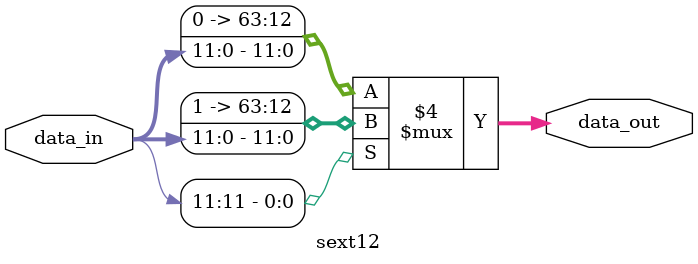
<source format=sv>
`ifndef __SEXT12_SV
`define __SEXT12_SV
`ifdef VERILATOR

`else

`endif

module sext12#(parameter N=12)(
   input [N-1:0] data_in,
   output logic [63:0] data_out

 );
 always_comb begin
   if(data_in[N-1]==1)data_out={{(64-N){1'b1}},data_in};
   else data_out={{(64-N){1'b0}},data_in};
 end
endmodule

`endif
</source>
